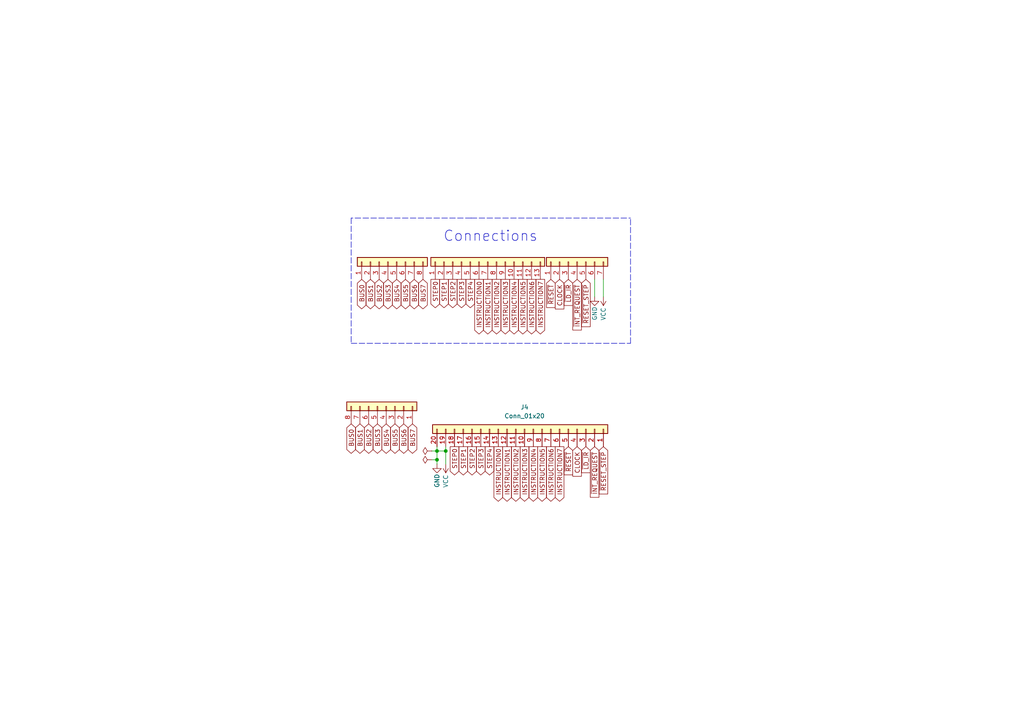
<source format=kicad_sch>
(kicad_sch (version 20211123) (generator eeschema)
  (paper "A4")
  (lib_symbols
    (symbol "Connector_Generic:Conn_01x07" (pin_names (offset 1.016) hide)
      (property "Reference" "J" (at 0 10.16 0))
      (property "Value" "Conn_01x07" (at 0 -10.16 0))
      (symbol "Conn_01x07_1_1"
        (rectangle (start -1.27 -7.493) (end 0 -7.747) (stroke (width 0.1524)))
        (rectangle (start -1.27 -4.953) (end 0 -5.207) (stroke (width 0.1524)))
        (rectangle (start -1.27 -2.413) (end 0 -2.667) (stroke (width 0.1524)))
        (rectangle (start -1.27 0.127) (end 0 -0.127) (stroke (width 0.1524)))
        (rectangle (start -1.27 2.667) (end 0 2.413) (stroke (width 0.1524)))
        (rectangle (start -1.27 5.207) (end 0 4.953) (stroke (width 0.1524)))
        (rectangle (start -1.27 7.747) (end 0 7.493) (stroke (width 0.1524)))
        (rectangle (start -1.27 8.89) (end 1.27 -8.89) (stroke (width 0.254)) (fill (type background)))
        (pin passive line (at -5.08 7.62 0) (length 3.81) (name "Pin_1") (number "1"))
        (pin passive line (at -5.08 5.08 0) (length 3.81) (name "Pin_2") (number "2"))
        (pin passive line (at -5.08 2.54 0) (length 3.81) (name "Pin_3") (number "3"))
        (pin passive line (at -5.08 0 0) (length 3.81) (name "Pin_4") (number "4"))
        (pin passive line (at -5.08 -2.54 0) (length 3.81) (name "Pin_5") (number "5"))
        (pin passive line (at -5.08 -5.08 0) (length 3.81) (name "Pin_6") (number "6"))
        (pin passive line (at -5.08 -7.62 0) (length 3.81) (name "Pin_7") (number "7"))
      )
    )
    (symbol "Connector_Generic:Conn_01x08" (pin_names (offset 1.016) hide)
      (property "Reference" "J" (at 0 10.16 0))
      (property "Value" "Conn_01x08" (at 0 -12.7 0))
      (symbol "Conn_01x08_1_1"
        (rectangle (start -1.27 -10.033) (end 0 -10.287) (stroke (width 0.1524)))
        (rectangle (start -1.27 -7.493) (end 0 -7.747) (stroke (width 0.1524)))
        (rectangle (start -1.27 -4.953) (end 0 -5.207) (stroke (width 0.1524)))
        (rectangle (start -1.27 -2.413) (end 0 -2.667) (stroke (width 0.1524)))
        (rectangle (start -1.27 0.127) (end 0 -0.127) (stroke (width 0.1524)))
        (rectangle (start -1.27 2.667) (end 0 2.413) (stroke (width 0.1524)))
        (rectangle (start -1.27 5.207) (end 0 4.953) (stroke (width 0.1524)))
        (rectangle (start -1.27 7.747) (end 0 7.493) (stroke (width 0.1524)))
        (rectangle (start -1.27 8.89) (end 1.27 -11.43) (stroke (width 0.254)) (fill (type background)))
        (pin passive line (at -5.08 7.62 0) (length 3.81) (name "Pin_1") (number "1"))
        (pin passive line (at -5.08 5.08 0) (length 3.81) (name "Pin_2") (number "2"))
        (pin passive line (at -5.08 2.54 0) (length 3.81) (name "Pin_3") (number "3"))
        (pin passive line (at -5.08 0 0) (length 3.81) (name "Pin_4") (number "4"))
        (pin passive line (at -5.08 -2.54 0) (length 3.81) (name "Pin_5") (number "5"))
        (pin passive line (at -5.08 -5.08 0) (length 3.81) (name "Pin_6") (number "6"))
        (pin passive line (at -5.08 -7.62 0) (length 3.81) (name "Pin_7") (number "7"))
        (pin passive line (at -5.08 -10.16 0) (length 3.81) (name "Pin_8") (number "8"))
      )
    )
    (symbol "Connector_Generic:Conn_01x13" (pin_names (offset 1.016) hide)
      (property "Reference" "J" (at 0 17.78 0))
      (property "Value" "Conn_01x13" (at 0 -17.78 0))
      (symbol "Conn_01x13_1_1"
        (rectangle (start -1.27 -15.113) (end 0 -15.367) (stroke (width 0.1524)))
        (rectangle (start -1.27 -12.573) (end 0 -12.827) (stroke (width 0.1524)))
        (rectangle (start -1.27 -10.033) (end 0 -10.287) (stroke (width 0.1524)))
        (rectangle (start -1.27 -7.493) (end 0 -7.747) (stroke (width 0.1524)))
        (rectangle (start -1.27 -4.953) (end 0 -5.207) (stroke (width 0.1524)))
        (rectangle (start -1.27 -2.413) (end 0 -2.667) (stroke (width 0.1524)))
        (rectangle (start -1.27 0.127) (end 0 -0.127) (stroke (width 0.1524)))
        (rectangle (start -1.27 2.667) (end 0 2.413) (stroke (width 0.1524)))
        (rectangle (start -1.27 5.207) (end 0 4.953) (stroke (width 0.1524)))
        (rectangle (start -1.27 7.747) (end 0 7.493) (stroke (width 0.1524)))
        (rectangle (start -1.27 10.287) (end 0 10.033) (stroke (width 0.1524)))
        (rectangle (start -1.27 12.827) (end 0 12.573) (stroke (width 0.1524)))
        (rectangle (start -1.27 15.367) (end 0 15.113) (stroke (width 0.1524)))
        (rectangle (start -1.27 16.51) (end 1.27 -16.51) (stroke (width 0.254)) (fill (type background)))
        (pin passive line (at -5.08 15.24 0) (length 3.81) (name "Pin_1") (number "1"))
        (pin passive line (at -5.08 -7.62 0) (length 3.81) (name "Pin_10") (number "10"))
        (pin passive line (at -5.08 -10.16 0) (length 3.81) (name "Pin_11") (number "11"))
        (pin passive line (at -5.08 -12.7 0) (length 3.81) (name "Pin_12") (number "12"))
        (pin passive line (at -5.08 -15.24 0) (length 3.81) (name "Pin_13") (number "13"))
        (pin passive line (at -5.08 12.7 0) (length 3.81) (name "Pin_2") (number "2"))
        (pin passive line (at -5.08 10.16 0) (length 3.81) (name "Pin_3") (number "3"))
        (pin passive line (at -5.08 7.62 0) (length 3.81) (name "Pin_4") (number "4"))
        (pin passive line (at -5.08 5.08 0) (length 3.81) (name "Pin_5") (number "5"))
        (pin passive line (at -5.08 2.54 0) (length 3.81) (name "Pin_6") (number "6"))
        (pin passive line (at -5.08 0 0) (length 3.81) (name "Pin_7") (number "7"))
        (pin passive line (at -5.08 -2.54 0) (length 3.81) (name "Pin_8") (number "8"))
        (pin passive line (at -5.08 -5.08 0) (length 3.81) (name "Pin_9") (number "9"))
      )
    )
    (symbol "Connector_Generic:Conn_01x20" (pin_names (offset 1.016) hide)
      (property "Reference" "J" (at 0 25.4 0))
      (property "Value" "Conn_01x20" (at 0 -27.94 0))
      (symbol "Conn_01x20_1_1"
        (rectangle (start -1.27 -25.273) (end 0 -25.527) (stroke (width 0.1524)))
        (rectangle (start -1.27 -22.733) (end 0 -22.987) (stroke (width 0.1524)))
        (rectangle (start -1.27 -20.193) (end 0 -20.447) (stroke (width 0.1524)))
        (rectangle (start -1.27 -17.653) (end 0 -17.907) (stroke (width 0.1524)))
        (rectangle (start -1.27 -15.113) (end 0 -15.367) (stroke (width 0.1524)))
        (rectangle (start -1.27 -12.573) (end 0 -12.827) (stroke (width 0.1524)))
        (rectangle (start -1.27 -10.033) (end 0 -10.287) (stroke (width 0.1524)))
        (rectangle (start -1.27 -7.493) (end 0 -7.747) (stroke (width 0.1524)))
        (rectangle (start -1.27 -4.953) (end 0 -5.207) (stroke (width 0.1524)))
        (rectangle (start -1.27 -2.413) (end 0 -2.667) (stroke (width 0.1524)))
        (rectangle (start -1.27 0.127) (end 0 -0.127) (stroke (width 0.1524)))
        (rectangle (start -1.27 2.667) (end 0 2.413) (stroke (width 0.1524)))
        (rectangle (start -1.27 5.207) (end 0 4.953) (stroke (width 0.1524)))
        (rectangle (start -1.27 7.747) (end 0 7.493) (stroke (width 0.1524)))
        (rectangle (start -1.27 10.287) (end 0 10.033) (stroke (width 0.1524)))
        (rectangle (start -1.27 12.827) (end 0 12.573) (stroke (width 0.1524)))
        (rectangle (start -1.27 15.367) (end 0 15.113) (stroke (width 0.1524)))
        (rectangle (start -1.27 17.907) (end 0 17.653) (stroke (width 0.1524)))
        (rectangle (start -1.27 20.447) (end 0 20.193) (stroke (width 0.1524)))
        (rectangle (start -1.27 22.987) (end 0 22.733) (stroke (width 0.1524)))
        (rectangle (start -1.27 24.13) (end 1.27 -26.67) (stroke (width 0.254)) (fill (type background)))
        (pin passive line (at -5.08 22.86 0) (length 3.81) (name "Pin_1") (number "1"))
        (pin passive line (at -5.08 0 0) (length 3.81) (name "Pin_10") (number "10"))
        (pin passive line (at -5.08 -2.54 0) (length 3.81) (name "Pin_11") (number "11"))
        (pin passive line (at -5.08 -5.08 0) (length 3.81) (name "Pin_12") (number "12"))
        (pin passive line (at -5.08 -7.62 0) (length 3.81) (name "Pin_13") (number "13"))
        (pin passive line (at -5.08 -10.16 0) (length 3.81) (name "Pin_14") (number "14"))
        (pin passive line (at -5.08 -12.7 0) (length 3.81) (name "Pin_15") (number "15"))
        (pin passive line (at -5.08 -15.24 0) (length 3.81) (name "Pin_16") (number "16"))
        (pin passive line (at -5.08 -17.78 0) (length 3.81) (name "Pin_17") (number "17"))
        (pin passive line (at -5.08 -20.32 0) (length 3.81) (name "Pin_18") (number "18"))
        (pin passive line (at -5.08 -22.86 0) (length 3.81) (name "Pin_19") (number "19"))
        (pin passive line (at -5.08 20.32 0) (length 3.81) (name "Pin_2") (number "2"))
        (pin passive line (at -5.08 -25.4 0) (length 3.81) (name "Pin_20") (number "20"))
        (pin passive line (at -5.08 17.78 0) (length 3.81) (name "Pin_3") (number "3"))
        (pin passive line (at -5.08 15.24 0) (length 3.81) (name "Pin_4") (number "4"))
        (pin passive line (at -5.08 12.7 0) (length 3.81) (name "Pin_5") (number "5"))
        (pin passive line (at -5.08 10.16 0) (length 3.81) (name "Pin_6") (number "6"))
        (pin passive line (at -5.08 7.62 0) (length 3.81) (name "Pin_7") (number "7"))
        (pin passive line (at -5.08 5.08 0) (length 3.81) (name "Pin_8") (number "8"))
        (pin passive line (at -5.08 2.54 0) (length 3.81) (name "Pin_9") (number "9"))
      )
    )
    (symbol "power:GND" (power) (pin_names (offset 0))
      (property "Value" "GND" (at 0 -3.81 0))
      (symbol "GND_0_1"
        (polyline (pts (xy 0 0) (xy 0 -1.27) (xy 1.27 -1.27) (xy 0 -2.54) (xy -1.27 -1.27) (xy 0 -1.27)))
      )
      (symbol "GND_1_1"
        (pin power_in line (at 0 0 270) (length 0) hide (name "GND") (number "1"))
      )
    )
    (symbol "power:PWR_FLAG" (power) (pin_numbers hide) (pin_names (offset 0) hide)
      (property "Value" "PWR_FLAG" (at 0 3.81 0))
      (symbol "PWR_FLAG_0_0"
        (pin power_out line (at 0 0 90) (length 0) (name "pwr") (number "1"))
      )
      (symbol "PWR_FLAG_0_1"
        (polyline (pts (xy 0 0) (xy 0 1.27) (xy -1.016 1.905) (xy 0 2.54) (xy 1.016 1.905) (xy 0 1.27)))
      )
    )
    (symbol "power:VCC" (power) (pin_names (offset 0))
      (property "Value" "VCC" (at 0 3.81 0))
      (symbol "VCC_0_1"
        (polyline (pts (xy -0.762 1.27) (xy 0 2.54)))
        (polyline (pts (xy 0 0) (xy 0 2.54)))
        (polyline (pts (xy 0 2.54) (xy 0.762 1.27)))
      )
      (symbol "VCC_1_1"
        (pin power_in line (at 0 0 90) (length 0) hide (name "VCC") (number "1"))
      )
    )
  )
  (junction (at 126.746 133.35))
  (junction (at 129.286 130.81))
  (junction (at 126.746 130.81))
  (wire (pts (xy 129.286 129.54) (xy 129.286 130.81)))
  (wire (pts (xy 175.006 81.026) (xy 175.006 86.106)))
  (polyline (pts (xy 182.88 99.568) (xy 182.88 63.246)))
  (polyline (pts (xy 101.854 99.568) (xy 182.88 99.568)))
  (wire (pts (xy 126.746 133.35) (xy 126.746 134.62)))
  (polyline (pts (xy 136.652 63.246) (xy 101.854 63.246)))
  (wire (pts (xy 172.466 81.026) (xy 172.466 86.106)))
  (wire (pts (xy 129.286 130.81) (xy 129.286 134.62)))
  (wire (pts (xy 126.746 129.54) (xy 126.746 130.81)))
  (polyline (pts (xy 101.854 63.246) (xy 101.854 99.568)))
  (wire (pts (xy 126.746 133.35) (xy 125.222 133.35)))
  (wire (pts (xy 126.746 130.81) (xy 126.746 133.35)))
  (wire (pts (xy 129.286 130.81) (xy 126.746 130.81)))
  (polyline (pts (xy 136.652 63.246) (xy 182.88 63.246)))
  (wire (pts (xy 126.746 130.81) (xy 125.222 130.81)))
  (text "Connections" (at 128.524 70.358 0) (effects (font (size 3 3)) (justify left bottom)))
  (global_label "INSTRUCTION6" (shape output) (at 159.766 129.54 270) (property "Intersheet References" "${INTERSHEET_REFS}" (effects hide)))
  (global_label "INSTRUCTION6" (shape output) (at 154.178 81.026 270) (property "Intersheet References" "${INTERSHEET_REFS}" (effects hide)))
  (global_label "~{LD_IR}" (shape input) (at 164.846 81.026 270) (property "Intersheet References" "${INTERSHEET_REFS}" (effects hide)))
  (global_label "STEP4" (shape output) (at 141.986 129.54 270) (property "Intersheet References" "${INTERSHEET_REFS}" (effects hide)))
  (global_label "INSTRUCTION0" (shape output) (at 138.938 81.026 270) (property "Intersheet References" "${INTERSHEET_REFS}" (effects hide)))
  (global_label "BUS5" (shape tri_state) (at 117.602 81.026 270) (property "Intersheet References" "${INTERSHEET_REFS}" (effects hide)))
  (global_label "~{LD_IR}" (shape input) (at 169.926 129.54 270) (property "Intersheet References" "${INTERSHEET_REFS}" (effects hide)))
  (global_label "INSTRUCTION7" (shape output) (at 162.306 129.54 270) (property "Intersheet References" "${INTERSHEET_REFS}" (effects hide)))
  (global_label "STEP2" (shape output) (at 131.318 81.026 270) (property "Intersheet References" "${INTERSHEET_REFS}" (effects hide)))
  (global_label "STEP3" (shape output) (at 139.446 129.54 270) (property "Intersheet References" "${INTERSHEET_REFS}" (effects hide)))
  (global_label "CLOCK" (shape input) (at 162.306 81.026 270) (property "Intersheet References" "${INTERSHEET_REFS}" (effects hide)))
  (global_label "INSTRUCTION5" (shape output) (at 157.226 129.54 270) (property "Intersheet References" "${INTERSHEET_REFS}" (effects hide)))
  (global_label "BUS6" (shape tri_state) (at 120.142 81.026 270) (property "Intersheet References" "${INTERSHEET_REFS}" (effects hide)))
  (global_label "INSTRUCTION3" (shape output) (at 152.146 129.54 270) (property "Intersheet References" "${INTERSHEET_REFS}" (effects hide)))
  (global_label "BUS7" (shape tri_state) (at 119.634 122.936 270) (property "Intersheet References" "${INTERSHEET_REFS}" (effects hide)))
  (global_label "BUS2" (shape tri_state) (at 106.934 122.936 270) (property "Intersheet References" "${INTERSHEET_REFS}" (effects hide)))
  (global_label "STEP1" (shape output) (at 134.366 129.54 270) (property "Intersheet References" "${INTERSHEET_REFS}" (effects hide)))
  (global_label "INSTRUCTION2" (shape output) (at 149.606 129.54 270) (property "Intersheet References" "${INTERSHEET_REFS}" (effects hide)))
  (global_label "STEP3" (shape output) (at 133.858 81.026 270) (property "Intersheet References" "${INTERSHEET_REFS}" (effects hide)))
  (global_label "BUS1" (shape tri_state) (at 104.394 122.936 270) (property "Intersheet References" "${INTERSHEET_REFS}" (effects hide)))
  (global_label "~{RESET}" (shape input) (at 159.766 81.026 270) (property "Intersheet References" "${INTERSHEET_REFS}" (effects hide)))
  (global_label "INSTRUCTION2" (shape output) (at 144.018 81.026 270) (property "Intersheet References" "${INTERSHEET_REFS}" (effects hide)))
  (global_label "STEP2" (shape output) (at 136.906 129.54 270) (property "Intersheet References" "${INTERSHEET_REFS}" (effects hide)))
  (global_label "CLOCK" (shape input) (at 167.386 129.54 270) (property "Intersheet References" "${INTERSHEET_REFS}" (effects hide)))
  (global_label "BUS3" (shape tri_state) (at 112.522 81.026 270) (property "Intersheet References" "${INTERSHEET_REFS}" (effects hide)))
  (global_label "BUS3" (shape tri_state) (at 109.474 122.936 270) (property "Intersheet References" "${INTERSHEET_REFS}" (effects hide)))
  (global_label "~{RESET_STEP}" (shape input) (at 175.006 129.54 270) (property "Intersheet References" "${INTERSHEET_REFS}" (effects hide)))
  (global_label "BUS6" (shape tri_state) (at 117.094 122.936 270) (property "Intersheet References" "${INTERSHEET_REFS}" (effects hide)))
  (global_label "STEP1" (shape output) (at 128.778 81.026 270) (property "Intersheet References" "${INTERSHEET_REFS}" (effects hide)))
  (global_label "INSTRUCTION0" (shape output) (at 144.526 129.54 270) (property "Intersheet References" "${INTERSHEET_REFS}" (effects hide)))
  (global_label "INSTRUCTION1" (shape output) (at 141.478 81.026 270) (property "Intersheet References" "${INTERSHEET_REFS}" (effects hide)))
  (global_label "STEP4" (shape output) (at 136.398 81.026 270) (property "Intersheet References" "${INTERSHEET_REFS}" (effects hide)))
  (global_label "INSTRUCTION4" (shape output) (at 154.686 129.54 270) (property "Intersheet References" "${INTERSHEET_REFS}" (effects hide)))
  (global_label "BUS1" (shape tri_state) (at 107.442 81.026 270) (property "Intersheet References" "${INTERSHEET_REFS}" (effects hide)))
  (global_label "STEP0" (shape output) (at 126.238 81.026 270) (property "Intersheet References" "${INTERSHEET_REFS}" (effects hide)))
  (global_label "~{RESET_STEP}" (shape input) (at 169.926 81.026 270) (property "Intersheet References" "${INTERSHEET_REFS}" (effects hide)))
  (global_label "BUS0" (shape tri_state) (at 101.854 122.936 270) (property "Intersheet References" "${INTERSHEET_REFS}" (effects hide)))
  (global_label "BUS0" (shape tri_state) (at 104.902 81.026 270) (property "Intersheet References" "${INTERSHEET_REFS}" (effects hide)))
  (global_label "~{INT_REQUEST}" (shape input) (at 167.386 81.026 270) (property "Intersheet References" "${INTERSHEET_REFS}" (effects hide)))
  (global_label "STEP0" (shape output) (at 131.826 129.54 270) (property "Intersheet References" "${INTERSHEET_REFS}" (effects hide)))
  (global_label "INSTRUCTION4" (shape output) (at 149.098 81.026 270) (property "Intersheet References" "${INTERSHEET_REFS}" (effects hide)))
  (global_label "INSTRUCTION5" (shape output) (at 151.638 81.026 270) (property "Intersheet References" "${INTERSHEET_REFS}" (effects hide)))
  (global_label "BUS2" (shape tri_state) (at 109.982 81.026 270) (property "Intersheet References" "${INTERSHEET_REFS}" (effects hide)))
  (global_label "INSTRUCTION1" (shape output) (at 147.066 129.54 270) (property "Intersheet References" "${INTERSHEET_REFS}" (effects hide)))
  (global_label "~{INT_REQUEST}" (shape input) (at 172.466 129.54 270) (property "Intersheet References" "${INTERSHEET_REFS}" (effects hide)))
  (global_label "BUS4" (shape tri_state) (at 112.014 122.936 270) (property "Intersheet References" "${INTERSHEET_REFS}" (effects hide)))
  (global_label "BUS5" (shape tri_state) (at 114.554 122.936 270) (property "Intersheet References" "${INTERSHEET_REFS}" (effects hide)))
  (global_label "BUS4" (shape tri_state) (at 115.062 81.026 270) (property "Intersheet References" "${INTERSHEET_REFS}" (effects hide)))
  (global_label "BUS7" (shape tri_state) (at 122.682 81.026 270) (property "Intersheet References" "${INTERSHEET_REFS}" (effects hide)))
  (global_label "~{RESET}" (shape input) (at 164.846 129.54 270) (property "Intersheet References" "${INTERSHEET_REFS}" (effects hide)))
  (global_label "INSTRUCTION3" (shape output) (at 146.558 81.026 270) (property "Intersheet References" "${INTERSHEET_REFS}" (effects hide)))
  (global_label "INSTRUCTION7" (shape output) (at 156.718 81.026 270) (property "Intersheet References" "${INTERSHEET_REFS}" (effects hide)))
  (symbol (lib_id "power:PWR_FLAG") (at 125.222 133.35 90) (mirror x) (unit 1)
    (property "Reference" "#FLG04" (effects hide))
    (property "Value" "PWR_FLAG" (effects hide))
  )
  (symbol (lib_id "Connector_Generic:Conn_01x07") (at 167.386 75.946 90) (unit 1)
    (property "Reference" "J5" (effects hide))
    (property "Value" "Conn_01x07" (effects hide))
    (property "Footprint" "Connector_PinSocket_2.54mm:PinSocket_1x07_P2.54mm_Vertical" (effects hide))
  )
  (symbol (lib_id "power:PWR_FLAG") (at 125.222 130.81 90) (mirror x) (unit 1)
    (property "Reference" "#FLG03" (effects hide))
    (property "Value" "PWR_FLAG" (effects hide))
  )
  (symbol (lib_id "power:GND") (at 172.466 86.106 0) (unit 1)
    (property "Reference" "#PWR01" (effects hide))
    (property "Value" "GND" (at 172.466 90.932 90))
  )
  (symbol (lib_id "Connector_Generic:Conn_01x13") (at 141.478 75.946 90) (unit 1)
    (property "Reference" "J3" (effects hide))
    (property "Value" "Conn_01x13" (effects hide))
    (property "Footprint" "Connector_PinSocket_2.54mm:PinSocket_1x13_P2.54mm_Vertical" (effects hide))
  )
  (symbol (lib_id "Connector_Generic:Conn_01x20") (at 152.146 124.46 270) (mirror x) (unit 1)
    (property "Reference" "J4" (at 152.146 118.11 90))
    (property "Value" "Conn_01x20" (at 152.146 120.65 90))
    (property "Footprint" "Connector_PinHeader_2.54mm:PinHeader_1x20_P2.54mm_Horizontal" (effects hide))
  )
  (symbol (lib_id "Connector_Generic:Conn_01x08") (at 112.014 117.856 270) (mirror x) (unit 1)
    (property "Reference" "J1" (effects hide))
    (property "Value" "Conn_01x08" (effects hide))
    (property "Footprint" "Connector_PinHeader_2.54mm:PinHeader_1x08_P2.54mm_Horizontal" (effects hide))
  )
  (symbol (lib_id "power:VCC") (at 129.286 134.62 180) (unit 1)
    (property "Reference" "#PWR04" (effects hide))
    (property "Value" "VCC" (at 129.286 137.668 90) (effects (justify left)))
  )
  (symbol (lib_id "power:GND") (at 126.746 134.62 0) (unit 1)
    (property "Reference" "#PWR02" (effects hide))
    (property "Value" "GND" (at 126.746 139.446 90))
  )
  (symbol (lib_id "power:VCC") (at 175.006 86.106 180) (unit 1)
    (property "Reference" "#PWR03" (effects hide))
    (property "Value" "VCC" (at 175.006 89.154 90) (effects (justify left)))
  )
  (symbol (lib_id "Connector_Generic:Conn_01x08") (at 112.522 75.946 90) (unit 1)
    (property "Reference" "J2" (effects hide))
    (property "Value" "Conn_01x08" (effects hide))
    (property "Footprint" "Connector_PinSocket_2.54mm:PinSocket_1x08_P2.54mm_Vertical" (effects hide))
  )
)
</source>
